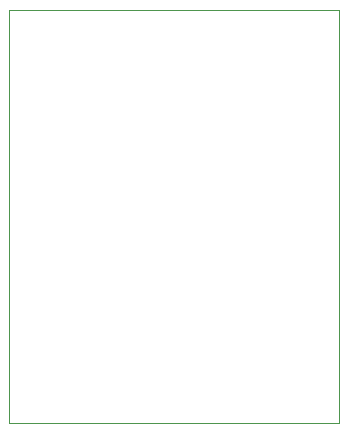
<source format=gm1>
G04 #@! TF.GenerationSoftware,KiCad,Pcbnew,6.0.7-f9a2dced07~116~ubuntu22.04.1*
G04 #@! TF.CreationDate,2022-08-26T07:23:40-05:00*
G04 #@! TF.ProjectId,CricutISPCartridge,43726963-7574-4495-9350-436172747269,rev?*
G04 #@! TF.SameCoordinates,Original*
G04 #@! TF.FileFunction,Profile,NP*
%FSLAX46Y46*%
G04 Gerber Fmt 4.6, Leading zero omitted, Abs format (unit mm)*
G04 Created by KiCad (PCBNEW 6.0.7-f9a2dced07~116~ubuntu22.04.1) date 2022-08-26 07:23:40*
%MOMM*%
%LPD*%
G01*
G04 APERTURE LIST*
G04 #@! TA.AperFunction,Profile*
%ADD10C,0.100000*%
G04 #@! TD*
G04 #@! TA.AperFunction,Profile*
%ADD11C,0.120000*%
G04 #@! TD*
G04 APERTURE END LIST*
D10*
X85090000Y-91440000D02*
X57150000Y-91440000D01*
X57150000Y-118110000D02*
X57150000Y-91440000D01*
X85090000Y-118110000D02*
X85090000Y-91440000D01*
D11*
X85090000Y-126365000D02*
X57150000Y-126365000D01*
X57150000Y-126365000D02*
X57150000Y-118110000D01*
X85090000Y-118110000D02*
X85090000Y-126365000D01*
M02*

</source>
